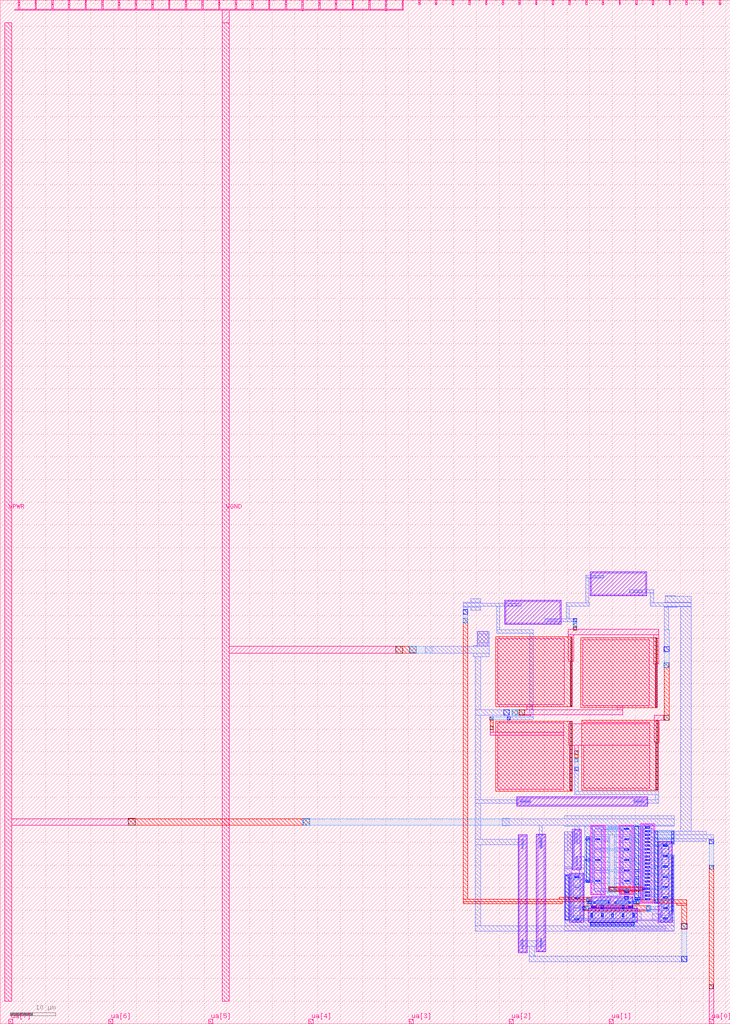
<source format=lef>
VERSION 5.7 ;
  NOWIREEXTENSIONATPIN ON ;
  DIVIDERCHAR "/" ;
  BUSBITCHARS "[]" ;
MACRO tt_um_twin_tee_opamp_osc
  CLASS BLOCK ;
  FOREIGN tt_um_twin_tee_opamp_osc ;
  ORIGIN 0.000 0.000 ;
  SIZE 161.000 BY 225.760 ;
  PIN clk
    DIRECTION INPUT ;
    USE SIGNAL ;
    PORT
      LAYER met4 ;
        RECT 154.870 224.760 155.170 225.760 ;
    END
  END clk
  PIN ena
    DIRECTION INPUT ;
    USE SIGNAL ;
    PORT
      LAYER met4 ;
        RECT 158.550 224.760 158.850 225.760 ;
    END
  END ena
  PIN rst_n
    DIRECTION INPUT ;
    USE SIGNAL ;
    PORT
      LAYER met4 ;
        RECT 151.190 224.760 151.490 225.760 ;
    END
  END rst_n
  PIN ua[0]
    DIRECTION INOUT ;
    USE SIGNAL ;
    ANTENNADIFFAREA 4.060000 ;
    PORT
      LAYER met4 ;
        RECT 156.410 0.000 157.310 1.000 ;
    END
  END ua[0]
  PIN ua[1]
    DIRECTION INOUT ;
    USE SIGNAL ;
    PORT
      LAYER met4 ;
        RECT 134.330 0.000 135.230 1.000 ;
    END
  END ua[1]
  PIN ua[2]
    DIRECTION INOUT ;
    USE SIGNAL ;
    PORT
      LAYER met4 ;
        RECT 112.250 0.000 113.150 1.000 ;
    END
  END ua[2]
  PIN ua[3]
    DIRECTION INOUT ;
    USE SIGNAL ;
    PORT
      LAYER met4 ;
        RECT 90.170 0.000 91.070 1.000 ;
    END
  END ua[3]
  PIN ua[4]
    DIRECTION INOUT ;
    USE SIGNAL ;
    PORT
      LAYER met4 ;
        RECT 68.090 0.000 68.990 1.000 ;
    END
  END ua[4]
  PIN ua[5]
    DIRECTION INOUT ;
    USE SIGNAL ;
    PORT
      LAYER met4 ;
        RECT 46.010 0.000 46.910 1.000 ;
    END
  END ua[5]
  PIN ua[6]
    DIRECTION INOUT ;
    USE SIGNAL ;
    PORT
      LAYER met4 ;
        RECT 23.930 0.000 24.830 1.000 ;
    END
  END ua[6]
  PIN ua[7]
    DIRECTION INOUT ;
    USE SIGNAL ;
    PORT
      LAYER met4 ;
        RECT 1.850 0.000 2.750 1.000 ;
    END
  END ua[7]
  PIN ui_in[0]
    DIRECTION INPUT ;
    USE SIGNAL ;
    PORT
      LAYER met4 ;
        RECT 147.510 224.760 147.810 225.760 ;
    END
  END ui_in[0]
  PIN ui_in[1]
    DIRECTION INPUT ;
    USE SIGNAL ;
    PORT
      LAYER met4 ;
        RECT 143.830 224.760 144.130 225.760 ;
    END
  END ui_in[1]
  PIN ui_in[2]
    DIRECTION INPUT ;
    USE SIGNAL ;
    PORT
      LAYER met4 ;
        RECT 140.150 224.760 140.450 225.760 ;
    END
  END ui_in[2]
  PIN ui_in[3]
    DIRECTION INPUT ;
    USE SIGNAL ;
    PORT
      LAYER met4 ;
        RECT 136.470 224.760 136.770 225.760 ;
    END
  END ui_in[3]
  PIN ui_in[4]
    DIRECTION INPUT ;
    USE SIGNAL ;
    PORT
      LAYER met4 ;
        RECT 132.790 224.760 133.090 225.760 ;
    END
  END ui_in[4]
  PIN ui_in[5]
    DIRECTION INPUT ;
    USE SIGNAL ;
    PORT
      LAYER met4 ;
        RECT 129.110 224.760 129.410 225.760 ;
    END
  END ui_in[5]
  PIN ui_in[6]
    DIRECTION INPUT ;
    USE SIGNAL ;
    PORT
      LAYER met4 ;
        RECT 125.430 224.760 125.730 225.760 ;
    END
  END ui_in[6]
  PIN ui_in[7]
    DIRECTION INPUT ;
    USE SIGNAL ;
    PORT
      LAYER met4 ;
        RECT 121.750 224.760 122.050 225.760 ;
    END
  END ui_in[7]
  PIN uio_in[0]
    DIRECTION INPUT ;
    USE SIGNAL ;
    PORT
      LAYER met4 ;
        RECT 118.070 224.760 118.370 225.760 ;
    END
  END uio_in[0]
  PIN uio_in[1]
    DIRECTION INPUT ;
    USE SIGNAL ;
    PORT
      LAYER met4 ;
        RECT 114.390 224.760 114.690 225.760 ;
    END
  END uio_in[1]
  PIN uio_in[2]
    DIRECTION INPUT ;
    USE SIGNAL ;
    PORT
      LAYER met4 ;
        RECT 110.710 224.760 111.010 225.760 ;
    END
  END uio_in[2]
  PIN uio_in[3]
    DIRECTION INPUT ;
    USE SIGNAL ;
    PORT
      LAYER met4 ;
        RECT 107.030 224.760 107.330 225.760 ;
    END
  END uio_in[3]
  PIN uio_in[4]
    DIRECTION INPUT ;
    USE SIGNAL ;
    PORT
      LAYER met4 ;
        RECT 103.350 224.760 103.650 225.760 ;
    END
  END uio_in[4]
  PIN uio_in[5]
    DIRECTION INPUT ;
    USE SIGNAL ;
    PORT
      LAYER met4 ;
        RECT 99.670 224.760 99.970 225.760 ;
    END
  END uio_in[5]
  PIN uio_in[6]
    DIRECTION INPUT ;
    USE SIGNAL ;
    PORT
      LAYER met4 ;
        RECT 95.990 224.760 96.290 225.760 ;
    END
  END uio_in[6]
  PIN uio_in[7]
    DIRECTION INPUT ;
    USE SIGNAL ;
    PORT
      LAYER met4 ;
        RECT 92.310 224.760 92.610 225.760 ;
    END
  END uio_in[7]
  PIN uio_oe[0]
    DIRECTION OUTPUT ;
    USE SIGNAL ;
    ANTENNADIFFAREA 32.495098 ;
    PORT
      LAYER met4 ;
        RECT 29.750 224.760 30.050 225.760 ;
    END
  END uio_oe[0]
  PIN uio_oe[1]
    DIRECTION OUTPUT ;
    USE SIGNAL ;
    ANTENNADIFFAREA 32.495098 ;
    PORT
      LAYER met4 ;
        RECT 26.070 224.760 26.370 225.760 ;
    END
  END uio_oe[1]
  PIN uio_oe[2]
    DIRECTION OUTPUT ;
    USE SIGNAL ;
    ANTENNADIFFAREA 32.495098 ;
    PORT
      LAYER met4 ;
        RECT 22.390 224.760 22.690 225.760 ;
    END
  END uio_oe[2]
  PIN uio_oe[3]
    DIRECTION OUTPUT ;
    USE SIGNAL ;
    ANTENNADIFFAREA 32.495098 ;
    PORT
      LAYER met4 ;
        RECT 18.710 224.760 19.010 225.760 ;
    END
  END uio_oe[3]
  PIN uio_oe[4]
    DIRECTION OUTPUT ;
    USE SIGNAL ;
    ANTENNADIFFAREA 32.495098 ;
    PORT
      LAYER met4 ;
        RECT 15.030 224.760 15.330 225.760 ;
    END
  END uio_oe[4]
  PIN uio_oe[5]
    DIRECTION OUTPUT ;
    USE SIGNAL ;
    ANTENNADIFFAREA 32.495098 ;
    PORT
      LAYER met4 ;
        RECT 11.350 224.760 11.650 225.760 ;
    END
  END uio_oe[5]
  PIN uio_oe[6]
    DIRECTION OUTPUT ;
    USE SIGNAL ;
    ANTENNADIFFAREA 32.495098 ;
    PORT
      LAYER met4 ;
        RECT 7.670 224.760 7.970 225.760 ;
    END
  END uio_oe[6]
  PIN uio_oe[7]
    DIRECTION OUTPUT ;
    USE SIGNAL ;
    ANTENNADIFFAREA 32.495098 ;
    PORT
      LAYER met4 ;
        RECT 3.990 224.760 4.290 225.760 ;
    END
  END uio_oe[7]
  PIN uio_out[0]
    DIRECTION OUTPUT ;
    USE SIGNAL ;
    ANTENNADIFFAREA 32.495098 ;
    PORT
      LAYER met4 ;
        RECT 59.190 224.760 59.490 225.760 ;
    END
  END uio_out[0]
  PIN uio_out[1]
    DIRECTION OUTPUT ;
    USE SIGNAL ;
    ANTENNADIFFAREA 32.495098 ;
    PORT
      LAYER met4 ;
        RECT 55.510 224.760 55.810 225.760 ;
    END
  END uio_out[1]
  PIN uio_out[2]
    DIRECTION OUTPUT ;
    USE SIGNAL ;
    ANTENNADIFFAREA 32.495098 ;
    PORT
      LAYER met4 ;
        RECT 51.830 224.760 52.130 225.760 ;
    END
  END uio_out[2]
  PIN uio_out[3]
    DIRECTION OUTPUT ;
    USE SIGNAL ;
    ANTENNADIFFAREA 32.495098 ;
    PORT
      LAYER met4 ;
        RECT 48.150 224.760 48.450 225.760 ;
    END
  END uio_out[3]
  PIN uio_out[4]
    DIRECTION OUTPUT ;
    USE SIGNAL ;
    ANTENNADIFFAREA 32.495098 ;
    PORT
      LAYER met4 ;
        RECT 44.470 224.760 44.770 225.760 ;
    END
  END uio_out[4]
  PIN uio_out[5]
    DIRECTION OUTPUT ;
    USE SIGNAL ;
    ANTENNADIFFAREA 32.495098 ;
    PORT
      LAYER met4 ;
        RECT 40.790 224.760 41.090 225.760 ;
    END
  END uio_out[5]
  PIN uio_out[6]
    DIRECTION OUTPUT ;
    USE SIGNAL ;
    ANTENNADIFFAREA 32.495098 ;
    PORT
      LAYER met4 ;
        RECT 37.110 224.760 37.410 225.760 ;
    END
  END uio_out[6]
  PIN uio_out[7]
    DIRECTION OUTPUT ;
    USE SIGNAL ;
    ANTENNADIFFAREA 32.495098 ;
    PORT
      LAYER met4 ;
        RECT 33.430 224.760 33.730 225.760 ;
    END
  END uio_out[7]
  PIN uo_out[0]
    DIRECTION OUTPUT ;
    USE SIGNAL ;
    ANTENNADIFFAREA 32.495098 ;
    PORT
      LAYER met4 ;
        RECT 88.630 224.760 88.930 225.760 ;
    END
  END uo_out[0]
  PIN uo_out[1]
    DIRECTION OUTPUT ;
    USE SIGNAL ;
    ANTENNADIFFAREA 32.495098 ;
    PORT
      LAYER met4 ;
        RECT 84.950 224.760 85.250 225.760 ;
    END
  END uo_out[1]
  PIN uo_out[2]
    DIRECTION OUTPUT ;
    USE SIGNAL ;
    ANTENNADIFFAREA 32.495098 ;
    PORT
      LAYER met4 ;
        RECT 81.270 224.760 81.570 225.760 ;
    END
  END uo_out[2]
  PIN uo_out[3]
    DIRECTION OUTPUT ;
    USE SIGNAL ;
    ANTENNADIFFAREA 32.495098 ;
    PORT
      LAYER met4 ;
        RECT 77.590 224.760 77.890 225.760 ;
    END
  END uo_out[3]
  PIN uo_out[4]
    DIRECTION OUTPUT ;
    USE SIGNAL ;
    ANTENNADIFFAREA 32.495098 ;
    PORT
      LAYER met4 ;
        RECT 73.910 224.760 74.210 225.760 ;
    END
  END uo_out[4]
  PIN uo_out[5]
    DIRECTION OUTPUT ;
    USE SIGNAL ;
    ANTENNADIFFAREA 32.495098 ;
    PORT
      LAYER met4 ;
        RECT 70.230 224.760 70.530 225.760 ;
    END
  END uo_out[5]
  PIN uo_out[6]
    DIRECTION OUTPUT ;
    USE SIGNAL ;
    ANTENNADIFFAREA 32.495098 ;
    PORT
      LAYER met4 ;
        RECT 66.550 224.760 66.850 225.760 ;
    END
  END uo_out[6]
  PIN uo_out[7]
    DIRECTION OUTPUT ;
    USE SIGNAL ;
    ANTENNADIFFAREA 32.495098 ;
    PORT
      LAYER met4 ;
        RECT 62.870 224.760 63.170 225.760 ;
    END
  END uo_out[7]
  PIN VPWR
    DIRECTION INOUT ;
    USE POWER ;
    PORT
      LAYER met4 ;
        RECT 1.000 5.000 2.500 220.760 ;
    END
  END VPWR
  PIN VGND
    DIRECTION INOUT ;
    USE GROUND ;
    PORT
      LAYER met4 ;
        RECT 49.000 5.000 50.500 220.760 ;
    END
  END VGND
  OBS
      LAYER pwell ;
        RECT 130.110 94.370 142.570 99.700 ;
        RECT 111.250 88.080 123.710 93.410 ;
        RECT 113.870 48.000 142.850 50.010 ;
        RECT 114.200 15.650 116.210 41.630 ;
        RECT 118.250 15.850 120.260 41.830 ;
        RECT 126.150 34.000 128.160 42.880 ;
        RECT 125.600 22.350 128.700 33.180 ;
      LAYER nwell ;
        RECT 130.200 28.400 133.390 43.810 ;
        RECT 136.550 28.400 139.740 43.810 ;
      LAYER pwell ;
        RECT 130.350 25.550 139.550 28.010 ;
      LAYER nwell ;
        RECT 141.150 26.600 144.340 44.070 ;
      LAYER pwell ;
        RECT 137.150 25.500 137.700 25.550 ;
        RECT 129.650 22.400 140.480 25.500 ;
        RECT 145.150 22.400 148.250 40.100 ;
      LAYER li1 ;
        RECT 130.290 99.350 142.390 99.520 ;
        RECT 130.290 94.720 130.460 99.350 ;
        RECT 130.940 98.520 133.100 98.870 ;
        RECT 139.580 95.200 141.740 95.550 ;
        RECT 142.220 94.720 142.390 99.350 ;
        RECT 130.290 94.550 142.390 94.720 ;
        RECT 111.430 93.060 123.530 93.230 ;
        RECT 111.430 88.430 111.600 93.060 ;
        RECT 112.080 92.230 114.240 92.580 ;
        RECT 120.720 88.910 122.880 89.260 ;
        RECT 123.360 88.430 123.530 93.060 ;
        RECT 111.430 88.260 123.530 88.430 ;
        RECT 105.310 83.690 107.600 86.540 ;
        RECT 114.050 49.660 142.670 49.830 ;
        RECT 114.050 48.350 114.220 49.660 ;
        RECT 114.700 48.830 116.860 49.180 ;
        RECT 139.860 48.830 142.020 49.180 ;
        RECT 142.500 48.350 142.670 49.660 ;
        RECT 114.050 48.180 142.670 48.350 ;
        RECT 141.330 43.720 144.160 43.890 ;
        RECT 130.380 43.460 133.210 43.630 ;
        RECT 130.380 43.100 130.550 43.460 ;
        RECT 126.330 42.530 127.980 42.700 ;
        RECT 126.330 42.400 126.500 42.530 ;
        RECT 118.430 41.480 120.080 41.650 ;
        RECT 114.380 41.280 116.030 41.450 ;
        RECT 114.380 16.000 114.550 41.280 ;
        RECT 115.030 38.640 115.380 40.800 ;
        RECT 115.030 16.480 115.380 18.640 ;
        RECT 115.860 16.000 116.030 41.280 ;
        RECT 118.430 16.200 118.600 41.480 ;
        RECT 119.080 38.840 119.430 41.000 ;
        RECT 119.080 16.680 119.430 18.840 ;
        RECT 119.910 16.200 120.080 41.480 ;
        RECT 124.500 34.350 126.500 42.400 ;
        RECT 126.980 39.890 127.330 42.050 ;
        RECT 126.980 34.830 127.330 36.990 ;
        RECT 127.810 34.350 127.980 42.530 ;
        RECT 124.500 34.180 127.980 34.350 ;
        RECT 124.500 33.000 127.650 34.180 ;
        RECT 124.500 32.830 128.520 33.000 ;
        RECT 124.500 22.700 125.950 32.830 ;
        RECT 126.630 32.260 127.670 32.430 ;
        RECT 126.290 30.200 126.460 32.200 ;
        RECT 127.840 30.200 128.010 32.200 ;
        RECT 126.630 29.970 127.670 30.140 ;
        RECT 126.290 27.910 126.460 29.910 ;
        RECT 127.840 27.910 128.010 29.910 ;
        RECT 126.630 27.680 127.670 27.850 ;
        RECT 126.290 25.620 126.460 27.620 ;
        RECT 127.840 25.620 128.010 27.620 ;
        RECT 126.630 25.390 127.670 25.560 ;
        RECT 126.290 23.330 126.460 25.330 ;
        RECT 127.840 23.330 128.010 25.330 ;
        RECT 128.350 25.000 128.520 32.830 ;
        RECT 130.250 31.200 130.550 43.100 ;
        RECT 131.275 42.890 132.315 43.060 ;
        RECT 130.890 40.830 131.060 42.830 ;
        RECT 132.530 40.830 132.700 42.830 ;
        RECT 131.275 40.600 132.315 40.770 ;
        RECT 130.890 38.540 131.060 40.540 ;
        RECT 132.530 38.540 132.700 40.540 ;
        RECT 131.275 38.310 132.315 38.480 ;
        RECT 130.890 36.250 131.060 38.250 ;
        RECT 132.530 36.250 132.700 38.250 ;
        RECT 131.275 36.020 132.315 36.190 ;
        RECT 130.890 33.960 131.060 35.960 ;
        RECT 132.530 33.960 132.700 35.960 ;
        RECT 131.275 33.730 132.315 33.900 ;
        RECT 130.890 31.670 131.060 33.670 ;
        RECT 132.530 31.670 132.700 33.670 ;
        RECT 131.275 31.440 132.315 31.610 ;
        RECT 130.380 28.750 130.550 31.200 ;
        RECT 130.890 29.380 131.060 31.380 ;
        RECT 132.530 29.380 132.700 31.380 ;
        RECT 131.275 29.150 132.315 29.320 ;
        RECT 133.040 28.750 133.210 43.460 ;
        RECT 130.380 28.580 133.210 28.750 ;
        RECT 136.730 43.460 139.560 43.630 ;
        RECT 136.730 28.750 136.900 43.460 ;
        RECT 139.390 43.100 139.560 43.460 ;
        RECT 141.330 43.350 141.500 43.720 ;
        RECT 137.625 42.890 138.665 43.060 ;
        RECT 137.240 40.830 137.410 42.830 ;
        RECT 138.880 40.830 139.050 42.830 ;
        RECT 137.625 40.600 138.665 40.770 ;
        RECT 137.240 38.540 137.410 40.540 ;
        RECT 138.880 38.540 139.050 40.540 ;
        RECT 137.625 38.310 138.665 38.480 ;
        RECT 137.240 36.250 137.410 38.250 ;
        RECT 138.880 36.250 139.050 38.250 ;
        RECT 137.625 36.020 138.665 36.190 ;
        RECT 137.240 33.960 137.410 35.960 ;
        RECT 138.880 33.960 139.050 35.960 ;
        RECT 137.625 33.730 138.665 33.900 ;
        RECT 137.240 31.670 137.410 33.670 ;
        RECT 138.880 31.670 139.050 33.670 ;
        RECT 137.625 31.440 138.665 31.610 ;
        RECT 137.240 29.380 137.410 31.380 ;
        RECT 138.880 29.380 139.050 31.380 ;
        RECT 139.390 31.200 139.700 43.100 ;
        RECT 137.625 29.150 138.665 29.320 ;
        RECT 139.390 28.750 139.560 31.200 ;
        RECT 136.730 28.580 139.560 28.750 ;
        RECT 130.530 27.660 134.770 27.830 ;
        RECT 130.530 25.900 130.700 27.660 ;
        RECT 131.380 27.090 133.920 27.260 ;
        RECT 131.040 26.530 131.210 27.030 ;
        RECT 134.090 26.530 134.260 27.030 ;
        RECT 131.380 26.300 133.920 26.470 ;
        RECT 134.600 25.900 134.770 27.660 ;
        RECT 130.530 25.730 134.770 25.900 ;
        RECT 135.130 27.660 139.370 27.830 ;
        RECT 141.300 27.800 141.500 43.350 ;
        RECT 142.225 43.150 143.265 43.320 ;
        RECT 141.840 42.590 142.010 43.090 ;
        RECT 143.480 42.590 143.650 43.090 ;
        RECT 142.225 42.360 143.265 42.530 ;
        RECT 141.840 41.800 142.010 42.300 ;
        RECT 143.480 41.800 143.650 42.300 ;
        RECT 142.225 41.570 143.265 41.740 ;
        RECT 141.840 41.010 142.010 41.510 ;
        RECT 143.480 41.010 143.650 41.510 ;
        RECT 142.225 40.780 143.265 40.950 ;
        RECT 141.840 40.220 142.010 40.720 ;
        RECT 143.480 40.220 143.650 40.720 ;
        RECT 142.225 39.990 143.265 40.160 ;
        RECT 141.840 39.430 142.010 39.930 ;
        RECT 143.480 39.430 143.650 39.930 ;
        RECT 142.225 39.200 143.265 39.370 ;
        RECT 141.840 38.640 142.010 39.140 ;
        RECT 143.480 38.640 143.650 39.140 ;
        RECT 142.225 38.410 143.265 38.580 ;
        RECT 141.840 37.850 142.010 38.350 ;
        RECT 143.480 37.850 143.650 38.350 ;
        RECT 142.225 37.620 143.265 37.790 ;
        RECT 141.840 37.060 142.010 37.560 ;
        RECT 143.480 37.060 143.650 37.560 ;
        RECT 142.225 36.830 143.265 37.000 ;
        RECT 141.840 36.270 142.010 36.770 ;
        RECT 143.480 36.270 143.650 36.770 ;
        RECT 142.225 36.040 143.265 36.210 ;
        RECT 141.840 35.480 142.010 35.980 ;
        RECT 143.480 35.480 143.650 35.980 ;
        RECT 142.225 35.250 143.265 35.420 ;
        RECT 141.840 34.690 142.010 35.190 ;
        RECT 143.480 34.690 143.650 35.190 ;
        RECT 142.225 34.460 143.265 34.630 ;
        RECT 141.840 33.900 142.010 34.400 ;
        RECT 143.480 33.900 143.650 34.400 ;
        RECT 142.225 33.670 143.265 33.840 ;
        RECT 141.840 33.110 142.010 33.610 ;
        RECT 143.480 33.110 143.650 33.610 ;
        RECT 142.225 32.880 143.265 33.050 ;
        RECT 141.840 32.320 142.010 32.820 ;
        RECT 143.480 32.320 143.650 32.820 ;
        RECT 142.225 32.090 143.265 32.260 ;
        RECT 141.840 31.530 142.010 32.030 ;
        RECT 143.480 31.530 143.650 32.030 ;
        RECT 142.225 31.300 143.265 31.470 ;
        RECT 141.840 30.740 142.010 31.240 ;
        RECT 143.480 30.740 143.650 31.240 ;
        RECT 142.225 30.510 143.265 30.680 ;
        RECT 141.840 29.950 142.010 30.450 ;
        RECT 143.480 29.950 143.650 30.450 ;
        RECT 142.225 29.720 143.265 29.890 ;
        RECT 141.840 29.160 142.010 29.660 ;
        RECT 143.480 29.160 143.650 29.660 ;
        RECT 142.225 28.930 143.265 29.100 ;
        RECT 141.840 28.370 142.010 28.870 ;
        RECT 143.480 28.370 143.650 28.870 ;
        RECT 142.225 28.140 143.265 28.310 ;
        RECT 135.130 25.900 135.300 27.660 ;
        RECT 135.980 27.090 138.520 27.260 ;
        RECT 135.640 26.530 135.810 27.030 ;
        RECT 138.690 26.530 138.860 27.030 ;
        RECT 135.980 26.300 138.520 26.470 ;
        RECT 139.200 25.900 139.370 27.660 ;
        RECT 141.330 26.950 141.500 27.800 ;
        RECT 141.840 27.580 142.010 28.080 ;
        RECT 143.480 27.580 143.650 28.080 ;
        RECT 142.225 27.350 143.265 27.520 ;
        RECT 143.990 26.950 144.160 43.720 ;
        RECT 141.330 26.780 144.160 26.950 ;
        RECT 145.330 39.750 148.070 39.920 ;
        RECT 135.130 25.730 139.500 25.900 ;
        RECT 130.550 25.700 131.350 25.730 ;
        RECT 138.700 25.700 139.500 25.730 ;
        RECT 129.830 25.250 140.300 25.320 ;
        RECT 145.330 25.250 145.500 39.750 ;
        RECT 146.180 39.180 147.220 39.350 ;
        RECT 145.840 37.120 146.010 39.120 ;
        RECT 147.390 37.120 147.560 39.120 ;
        RECT 146.180 36.890 147.220 37.060 ;
        RECT 147.900 37.050 148.070 39.750 ;
        RECT 145.840 34.830 146.010 36.830 ;
        RECT 147.390 34.830 147.560 36.830 ;
        RECT 146.180 34.600 147.220 34.770 ;
        RECT 145.840 32.540 146.010 34.540 ;
        RECT 147.390 32.540 147.560 34.540 ;
        RECT 146.180 32.310 147.220 32.480 ;
        RECT 145.840 30.250 146.010 32.250 ;
        RECT 147.390 30.250 147.560 32.250 ;
        RECT 146.180 30.020 147.220 30.190 ;
        RECT 145.840 27.960 146.010 29.960 ;
        RECT 147.390 27.960 147.560 29.960 ;
        RECT 146.180 27.730 147.220 27.900 ;
        RECT 145.840 25.670 146.010 27.670 ;
        RECT 147.390 25.670 147.560 27.670 ;
        RECT 146.180 25.440 147.220 25.610 ;
        RECT 129.830 25.150 145.500 25.250 ;
        RECT 129.830 25.000 130.000 25.150 ;
        RECT 126.630 23.100 127.670 23.270 ;
        RECT 128.350 22.750 130.000 25.000 ;
        RECT 130.630 24.640 132.630 24.810 ;
        RECT 132.920 24.640 134.920 24.810 ;
        RECT 135.210 24.640 137.210 24.810 ;
        RECT 137.500 24.640 139.500 24.810 ;
        RECT 140.130 24.650 145.500 25.150 ;
        RECT 130.400 23.430 130.570 24.470 ;
        RECT 132.690 23.430 132.860 24.470 ;
        RECT 134.980 23.430 135.150 24.470 ;
        RECT 137.270 23.430 137.440 24.470 ;
        RECT 139.560 23.430 139.730 24.470 ;
        RECT 130.630 23.090 132.630 23.260 ;
        RECT 132.920 23.090 134.920 23.260 ;
        RECT 135.210 23.090 137.210 23.260 ;
        RECT 137.500 23.090 139.500 23.260 ;
        RECT 140.100 23.050 145.500 24.650 ;
        RECT 145.840 23.380 146.010 25.380 ;
        RECT 147.390 23.380 147.560 25.380 ;
        RECT 146.180 23.150 147.220 23.320 ;
        RECT 140.130 22.750 145.500 23.050 ;
        RECT 147.900 22.750 148.650 37.050 ;
        RECT 126.200 22.700 128.100 22.750 ;
        RECT 128.350 22.700 148.650 22.750 ;
        RECT 124.500 20.500 148.650 22.700 ;
        RECT 118.430 16.030 120.080 16.200 ;
        RECT 114.380 15.830 116.030 16.000 ;
      LAYER mcon ;
        RECT 105.310 84.070 107.600 86.060 ;
        RECT 114.790 48.910 116.775 49.100 ;
        RECT 139.945 48.910 141.930 49.100 ;
        RECT 115.110 38.725 115.300 40.710 ;
        RECT 115.110 16.570 115.300 18.555 ;
        RECT 119.160 38.925 119.350 40.910 ;
        RECT 119.160 16.770 119.350 18.755 ;
        RECT 125.000 38.100 125.850 41.800 ;
        RECT 126.250 34.800 126.500 41.950 ;
        RECT 127.060 39.975 127.250 41.960 ;
        RECT 127.060 34.920 127.250 36.905 ;
        RECT 125.700 23.550 125.950 32.900 ;
        RECT 126.710 32.260 127.590 32.430 ;
        RECT 126.290 30.280 126.460 32.120 ;
        RECT 127.840 30.280 128.010 32.120 ;
        RECT 126.710 29.970 127.590 30.140 ;
        RECT 126.290 27.990 126.460 29.830 ;
        RECT 127.840 27.990 128.010 29.830 ;
        RECT 126.710 27.680 127.590 27.850 ;
        RECT 126.290 25.700 126.460 27.540 ;
        RECT 127.840 25.700 128.010 27.540 ;
        RECT 126.710 25.390 127.590 25.560 ;
        RECT 126.290 23.410 126.460 25.250 ;
        RECT 127.840 23.410 128.010 25.250 ;
        RECT 130.250 31.200 130.550 43.100 ;
        RECT 131.355 42.890 132.235 43.060 ;
        RECT 130.890 40.910 131.060 42.750 ;
        RECT 132.530 40.910 132.700 42.750 ;
        RECT 131.355 40.600 132.235 40.770 ;
        RECT 130.890 38.620 131.060 40.460 ;
        RECT 132.530 38.620 132.700 40.460 ;
        RECT 131.355 38.310 132.235 38.480 ;
        RECT 130.890 36.330 131.060 38.170 ;
        RECT 132.530 36.330 132.700 38.170 ;
        RECT 131.355 36.020 132.235 36.190 ;
        RECT 130.890 34.040 131.060 35.880 ;
        RECT 132.530 34.040 132.700 35.880 ;
        RECT 131.355 33.730 132.235 33.900 ;
        RECT 130.890 31.750 131.060 33.590 ;
        RECT 132.530 31.750 132.700 33.590 ;
        RECT 131.355 31.440 132.235 31.610 ;
        RECT 130.890 29.460 131.060 31.300 ;
        RECT 132.530 29.460 132.700 31.300 ;
        RECT 131.355 29.150 132.235 29.320 ;
        RECT 137.705 42.890 138.585 43.060 ;
        RECT 137.240 40.910 137.410 42.750 ;
        RECT 138.880 40.910 139.050 42.750 ;
        RECT 137.705 40.600 138.585 40.770 ;
        RECT 137.240 38.620 137.410 40.460 ;
        RECT 138.880 38.620 139.050 40.460 ;
        RECT 137.705 38.310 138.585 38.480 ;
        RECT 137.240 36.330 137.410 38.170 ;
        RECT 138.880 36.330 139.050 38.170 ;
        RECT 137.705 36.020 138.585 36.190 ;
        RECT 137.240 34.040 137.410 35.880 ;
        RECT 138.880 34.040 139.050 35.880 ;
        RECT 137.705 33.730 138.585 33.900 ;
        RECT 137.240 31.750 137.410 33.590 ;
        RECT 138.880 31.750 139.050 33.590 ;
        RECT 137.705 31.440 138.585 31.610 ;
        RECT 137.240 29.460 137.410 31.300 ;
        RECT 138.880 29.460 139.050 31.300 ;
        RECT 139.400 31.200 139.700 43.100 ;
        RECT 137.705 29.150 138.585 29.320 ;
        RECT 131.460 27.090 133.840 27.260 ;
        RECT 131.040 26.610 131.210 26.950 ;
        RECT 134.090 26.610 134.260 26.950 ;
        RECT 131.460 26.300 133.840 26.470 ;
        RECT 141.300 27.800 141.500 43.350 ;
        RECT 142.305 43.150 143.185 43.320 ;
        RECT 141.840 42.670 142.010 43.010 ;
        RECT 143.480 42.670 143.650 43.010 ;
        RECT 142.305 42.360 143.185 42.530 ;
        RECT 141.840 41.880 142.010 42.220 ;
        RECT 143.480 41.880 143.650 42.220 ;
        RECT 142.305 41.570 143.185 41.740 ;
        RECT 141.840 41.090 142.010 41.430 ;
        RECT 143.480 41.090 143.650 41.430 ;
        RECT 142.305 40.780 143.185 40.950 ;
        RECT 141.840 40.300 142.010 40.640 ;
        RECT 143.480 40.300 143.650 40.640 ;
        RECT 142.305 39.990 143.185 40.160 ;
        RECT 141.840 39.510 142.010 39.850 ;
        RECT 143.480 39.510 143.650 39.850 ;
        RECT 142.305 39.200 143.185 39.370 ;
        RECT 141.840 38.720 142.010 39.060 ;
        RECT 143.480 38.720 143.650 39.060 ;
        RECT 142.305 38.410 143.185 38.580 ;
        RECT 141.840 37.930 142.010 38.270 ;
        RECT 143.480 37.930 143.650 38.270 ;
        RECT 142.305 37.620 143.185 37.790 ;
        RECT 141.840 37.140 142.010 37.480 ;
        RECT 143.480 37.140 143.650 37.480 ;
        RECT 142.305 36.830 143.185 37.000 ;
        RECT 141.840 36.350 142.010 36.690 ;
        RECT 143.480 36.350 143.650 36.690 ;
        RECT 142.305 36.040 143.185 36.210 ;
        RECT 141.840 35.560 142.010 35.900 ;
        RECT 143.480 35.560 143.650 35.900 ;
        RECT 142.305 35.250 143.185 35.420 ;
        RECT 141.840 34.770 142.010 35.110 ;
        RECT 143.480 34.770 143.650 35.110 ;
        RECT 142.305 34.460 143.185 34.630 ;
        RECT 141.840 33.980 142.010 34.320 ;
        RECT 143.480 33.980 143.650 34.320 ;
        RECT 142.305 33.670 143.185 33.840 ;
        RECT 141.840 33.190 142.010 33.530 ;
        RECT 143.480 33.190 143.650 33.530 ;
        RECT 142.305 32.880 143.185 33.050 ;
        RECT 141.840 32.400 142.010 32.740 ;
        RECT 143.480 32.400 143.650 32.740 ;
        RECT 142.305 32.090 143.185 32.260 ;
        RECT 141.840 31.610 142.010 31.950 ;
        RECT 143.480 31.610 143.650 31.950 ;
        RECT 142.305 31.300 143.185 31.470 ;
        RECT 141.840 30.820 142.010 31.160 ;
        RECT 143.480 30.820 143.650 31.160 ;
        RECT 142.305 30.510 143.185 30.680 ;
        RECT 141.840 30.030 142.010 30.370 ;
        RECT 143.480 30.030 143.650 30.370 ;
        RECT 142.305 29.720 143.185 29.890 ;
        RECT 141.840 29.240 142.010 29.580 ;
        RECT 143.480 29.240 143.650 29.580 ;
        RECT 142.305 28.930 143.185 29.100 ;
        RECT 141.840 28.450 142.010 28.790 ;
        RECT 143.480 28.450 143.650 28.790 ;
        RECT 142.305 28.140 143.185 28.310 ;
        RECT 136.060 27.090 138.440 27.260 ;
        RECT 135.640 26.610 135.810 26.950 ;
        RECT 138.690 26.610 138.860 26.950 ;
        RECT 136.060 26.300 138.440 26.470 ;
        RECT 141.840 27.660 142.010 28.000 ;
        RECT 143.480 27.660 143.650 28.000 ;
        RECT 142.305 27.350 143.185 27.520 ;
        RECT 146.260 39.180 147.140 39.350 ;
        RECT 145.840 37.200 146.010 39.040 ;
        RECT 147.390 37.200 147.560 39.040 ;
        RECT 146.260 36.890 147.140 37.060 ;
        RECT 145.840 34.910 146.010 36.750 ;
        RECT 147.390 34.910 147.560 36.750 ;
        RECT 146.260 34.600 147.140 34.770 ;
        RECT 145.840 32.620 146.010 34.460 ;
        RECT 147.390 32.620 147.560 34.460 ;
        RECT 146.260 32.310 147.140 32.480 ;
        RECT 145.840 30.330 146.010 32.170 ;
        RECT 147.390 30.330 147.560 32.170 ;
        RECT 146.260 30.020 147.140 30.190 ;
        RECT 145.840 28.040 146.010 29.880 ;
        RECT 147.390 28.040 147.560 29.880 ;
        RECT 146.260 27.730 147.140 27.900 ;
        RECT 145.840 25.750 146.010 27.590 ;
        RECT 147.390 25.750 147.560 27.590 ;
        RECT 146.260 25.440 147.140 25.610 ;
        RECT 126.710 23.100 127.590 23.270 ;
        RECT 130.710 24.640 132.550 24.810 ;
        RECT 133.000 24.640 134.840 24.810 ;
        RECT 135.290 24.640 137.130 24.810 ;
        RECT 137.580 24.640 139.420 24.810 ;
        RECT 130.400 23.510 130.570 24.390 ;
        RECT 132.690 23.510 132.860 24.390 ;
        RECT 134.980 23.510 135.150 24.390 ;
        RECT 137.270 23.510 137.440 24.390 ;
        RECT 139.560 23.510 139.730 24.390 ;
        RECT 130.710 23.090 132.550 23.260 ;
        RECT 133.000 23.090 134.840 23.260 ;
        RECT 135.290 23.090 137.130 23.260 ;
        RECT 137.580 23.090 139.420 23.260 ;
        RECT 145.250 23.050 145.500 24.200 ;
        RECT 145.840 23.460 146.010 25.300 ;
        RECT 147.390 23.460 147.560 25.300 ;
        RECT 146.260 23.150 147.140 23.320 ;
        RECT 147.900 23.050 148.150 24.200 ;
        RECT 126.200 22.450 128.100 22.750 ;
        RECT 130.300 22.500 139.850 22.750 ;
        RECT 145.600 22.550 147.800 22.750 ;
        RECT 127.800 20.800 146.750 21.350 ;
      LAYER met1 ;
        RECT 130.860 98.900 132.990 98.950 ;
        RECT 129.080 98.870 133.030 98.900 ;
        RECT 129.080 98.520 133.100 98.870 ;
        RECT 129.080 98.220 133.030 98.520 ;
        RECT 103.750 92.910 106.020 93.680 ;
        RECT 102.090 92.770 106.020 92.910 ;
        RECT 129.080 92.800 129.760 98.220 ;
        RECT 138.715 95.030 144.130 95.765 ;
        RECT 143.395 92.805 144.130 95.030 ;
        RECT 146.620 94.300 148.890 94.360 ;
        RECT 146.620 93.005 152.400 94.300 ;
        RECT 146.440 92.805 152.400 93.005 ;
        RECT 102.090 92.030 114.890 92.770 ;
        RECT 124.840 92.120 129.860 92.800 ;
        RECT 102.090 91.885 106.020 92.030 ;
        RECT 102.090 91.360 103.115 91.885 ;
        RECT 102.060 90.335 103.145 91.360 ;
        RECT 103.750 91.170 106.020 91.885 ;
        RECT 109.470 86.880 110.210 92.030 ;
        RECT 124.840 89.370 125.520 92.120 ;
        RECT 143.380 92.045 152.400 92.805 ;
        RECT 146.480 92.000 152.400 92.045 ;
        RECT 146.480 91.900 149.400 92.000 ;
        RECT 146.480 91.850 148.890 91.900 ;
        RECT 120.110 88.690 127.130 89.370 ;
        RECT 146.480 86.950 147.425 91.850 ;
        RECT 105.160 83.400 107.800 86.460 ;
        RECT 109.470 86.140 117.530 86.880 ;
        RECT 93.750 83.250 95.250 83.280 ;
        RECT 104.290 83.250 107.800 83.400 ;
        RECT 93.750 81.750 107.800 83.250 ;
        RECT 93.750 81.720 95.250 81.750 ;
        RECT 104.290 80.990 107.800 81.750 ;
        RECT 104.290 80.890 106.560 80.990 ;
        RECT 104.780 69.235 105.970 80.890 ;
        RECT 104.780 68.045 112.295 69.235 ;
        RECT 104.780 49.410 105.970 68.045 ;
        RECT 106.510 68.040 109.590 68.045 ;
        RECT 116.800 67.720 117.520 86.140 ;
        RECT 146.400 83.110 147.500 86.950 ;
        RECT 146.370 82.010 147.530 83.110 ;
        RECT 111.770 67.000 117.520 67.720 ;
        RECT 126.700 51.270 127.480 56.620 ;
        RECT 126.700 50.490 145.240 51.270 ;
        RECT 104.780 48.655 117.005 49.410 ;
        RECT 144.460 49.370 145.240 50.490 ;
        RECT 104.780 40.645 105.970 48.655 ;
        RECT 139.690 48.590 145.240 49.370 ;
        RECT 110.750 45.250 112.250 45.280 ;
        RECT 124.400 45.250 148.650 45.900 ;
        RECT 110.750 43.750 148.650 45.250 ;
        RECT 110.750 43.720 112.250 43.750 ;
        RECT 115.080 40.645 115.330 40.770 ;
        RECT 104.780 39.455 115.595 40.645 ;
        RECT 104.780 21.595 105.970 39.455 ;
        RECT 115.080 38.665 115.330 39.455 ;
        RECT 118.850 38.700 119.550 43.750 ;
        RECT 124.400 43.550 148.650 43.750 ;
        RECT 124.400 34.650 126.600 42.400 ;
        RECT 126.750 39.650 127.700 43.550 ;
        RECT 127.030 36.950 127.280 36.965 ;
        RECT 124.400 22.800 126.050 34.650 ;
        RECT 126.900 34.450 128.750 36.950 ;
        RECT 126.650 32.200 127.650 32.550 ;
        RECT 126.260 31.750 126.490 32.180 ;
        RECT 127.800 31.750 128.750 34.450 ;
        RECT 126.250 30.600 128.750 31.750 ;
        RECT 128.900 31.050 130.650 43.550 ;
        RECT 131.250 42.850 136.600 43.200 ;
        RECT 137.600 42.850 138.700 43.150 ;
        RECT 130.860 42.450 131.090 42.810 ;
        RECT 132.450 42.800 136.600 42.850 ;
        RECT 132.450 42.450 136.950 42.800 ;
        RECT 137.210 42.450 137.440 42.810 ;
        RECT 138.850 42.450 139.080 42.810 ;
        RECT 130.850 41.650 139.080 42.450 ;
        RECT 130.850 41.250 134.450 41.650 ;
        RECT 130.860 40.850 131.090 41.250 ;
        RECT 132.450 41.200 134.450 41.250 ;
        RECT 132.500 40.850 134.450 41.200 ;
        RECT 131.300 40.800 132.300 40.850 ;
        RECT 131.295 40.570 132.300 40.800 ;
        RECT 131.300 40.550 132.300 40.570 ;
        RECT 132.550 40.520 134.450 40.850 ;
        RECT 130.860 40.100 131.090 40.520 ;
        RECT 132.500 40.100 134.450 40.520 ;
        RECT 130.850 38.850 134.450 40.100 ;
        RECT 130.860 38.560 131.090 38.850 ;
        RECT 132.450 38.550 134.450 38.850 ;
        RECT 131.250 38.250 134.450 38.550 ;
        RECT 130.860 37.950 131.090 38.230 ;
        RECT 132.450 37.950 134.450 38.250 ;
        RECT 130.850 36.750 134.450 37.950 ;
        RECT 130.860 36.270 131.090 36.750 ;
        RECT 131.300 36.220 132.300 36.250 ;
        RECT 131.295 35.990 132.300 36.220 ;
        RECT 131.300 35.950 132.300 35.990 ;
        RECT 130.860 35.650 131.090 35.940 ;
        RECT 132.450 35.650 134.450 36.750 ;
        RECT 130.850 34.450 134.450 35.650 ;
        RECT 130.860 33.980 131.090 34.450 ;
        RECT 132.450 33.950 134.450 34.450 ;
        RECT 131.250 33.700 134.450 33.950 ;
        RECT 130.860 33.250 131.090 33.650 ;
        RECT 132.450 33.250 134.450 33.700 ;
        RECT 130.850 32.050 134.450 33.250 ;
        RECT 130.860 31.690 131.090 32.050 ;
        RECT 131.300 31.640 132.300 31.700 ;
        RECT 131.295 31.410 132.300 31.640 ;
        RECT 131.300 31.400 132.300 31.410 ;
        RECT 130.860 31.000 131.090 31.360 ;
        RECT 132.450 31.000 134.450 32.050 ;
        RECT 126.260 30.220 126.490 30.600 ;
        RECT 127.800 30.200 128.750 30.600 ;
        RECT 126.650 29.900 128.750 30.200 ;
        RECT 126.260 29.500 126.490 29.890 ;
        RECT 127.800 29.500 128.750 29.900 ;
        RECT 130.850 29.800 134.450 31.000 ;
        RECT 126.250 28.350 128.750 29.500 ;
        RECT 130.860 29.400 131.090 29.800 ;
        RECT 132.450 29.350 134.450 29.800 ;
        RECT 131.250 29.150 134.450 29.350 ;
        RECT 135.450 41.250 139.080 41.650 ;
        RECT 135.450 40.050 136.950 41.250 ;
        RECT 137.210 40.850 137.440 41.250 ;
        RECT 138.850 40.850 139.080 41.250 ;
        RECT 137.650 40.800 138.700 40.850 ;
        RECT 137.645 40.570 138.700 40.800 ;
        RECT 137.650 40.550 138.700 40.570 ;
        RECT 137.210 40.050 137.440 40.520 ;
        RECT 138.850 40.050 139.080 40.520 ;
        RECT 135.450 38.850 139.080 40.050 ;
        RECT 135.450 37.950 136.950 38.850 ;
        RECT 137.210 38.560 137.440 38.850 ;
        RECT 138.850 38.560 139.080 38.850 ;
        RECT 137.600 38.250 138.700 38.550 ;
        RECT 137.210 37.950 137.440 38.230 ;
        RECT 138.850 37.950 139.080 38.230 ;
        RECT 135.450 36.750 139.080 37.950 ;
        RECT 135.450 35.650 136.950 36.750 ;
        RECT 137.210 36.270 137.440 36.750 ;
        RECT 138.850 36.270 139.080 36.750 ;
        RECT 137.650 36.220 138.700 36.250 ;
        RECT 137.645 35.990 138.700 36.220 ;
        RECT 137.650 35.950 138.700 35.990 ;
        RECT 137.210 35.650 137.440 35.940 ;
        RECT 138.850 35.650 139.080 35.940 ;
        RECT 135.450 34.450 139.080 35.650 ;
        RECT 135.450 33.250 136.950 34.450 ;
        RECT 137.210 33.980 137.440 34.450 ;
        RECT 138.850 33.980 139.080 34.450 ;
        RECT 137.600 33.650 138.700 33.950 ;
        RECT 137.210 33.250 137.440 33.650 ;
        RECT 138.850 33.250 139.080 33.650 ;
        RECT 135.450 32.050 139.080 33.250 ;
        RECT 135.450 31.000 136.950 32.050 ;
        RECT 137.210 31.690 137.440 32.050 ;
        RECT 137.650 31.640 138.700 31.700 ;
        RECT 138.850 31.690 139.080 32.050 ;
        RECT 137.645 31.410 138.700 31.640 ;
        RECT 137.650 31.400 138.700 31.410 ;
        RECT 137.210 31.000 137.440 31.360 ;
        RECT 138.850 31.000 139.080 31.360 ;
        RECT 139.250 31.050 141.550 43.550 ;
        RECT 142.200 43.100 143.250 43.400 ;
        RECT 135.450 29.800 139.080 31.000 ;
        RECT 135.450 29.150 136.950 29.800 ;
        RECT 137.210 29.400 137.440 29.800 ;
        RECT 138.850 29.400 139.080 29.800 ;
        RECT 137.925 29.350 138.475 29.380 ;
        RECT 131.250 29.100 136.950 29.150 ;
        RECT 126.260 27.930 126.490 28.350 ;
        RECT 126.650 27.600 127.650 27.950 ;
        RECT 126.260 27.200 126.490 27.600 ;
        RECT 127.800 27.200 128.750 28.350 ;
        RECT 132.450 28.200 136.950 29.100 ;
        RECT 137.600 29.050 138.700 29.350 ;
        RECT 137.700 28.800 138.650 29.050 ;
        RECT 137.925 28.770 138.475 28.800 ;
        RECT 132.450 27.400 134.800 28.200 ;
        RECT 137.650 27.700 138.650 28.100 ;
        RECT 131.550 27.290 134.800 27.400 ;
        RECT 136.100 27.450 138.650 27.700 ;
        RECT 136.100 27.290 138.500 27.450 ;
        RECT 139.700 27.400 141.550 31.050 ;
        RECT 141.700 30.300 142.050 43.100 ;
        RECT 143.450 42.610 143.680 43.070 ;
        RECT 142.250 42.560 143.300 42.600 ;
        RECT 142.245 42.330 143.300 42.560 ;
        RECT 142.250 42.300 143.300 42.330 ;
        RECT 144.050 42.500 148.650 42.650 ;
        RECT 150.100 42.500 152.400 92.000 ;
        RECT 143.450 41.820 143.680 42.280 ;
        RECT 142.200 41.500 143.250 41.800 ;
        RECT 144.050 41.700 155.700 42.500 ;
        RECT 143.450 41.030 143.680 41.490 ;
        RECT 142.250 40.980 143.300 41.000 ;
        RECT 142.245 40.750 143.300 40.980 ;
        RECT 142.250 40.700 143.300 40.750 ;
        RECT 144.050 40.800 157.310 41.700 ;
        RECT 142.200 39.950 143.250 40.250 ;
        RECT 143.450 40.240 143.680 40.700 ;
        RECT 144.050 40.200 155.700 40.800 ;
        RECT 156.410 40.600 157.310 40.800 ;
        RECT 143.450 39.450 143.680 39.910 ;
        RECT 144.050 39.450 148.650 40.200 ;
        RECT 156.380 39.700 157.340 40.600 ;
        RECT 142.250 39.400 143.300 39.450 ;
        RECT 142.245 39.170 143.300 39.400 ;
        RECT 142.250 39.150 143.300 39.170 ;
        RECT 144.050 39.400 147.400 39.450 ;
        RECT 143.450 38.660 143.680 39.120 ;
        RECT 142.200 38.350 143.250 38.650 ;
        RECT 143.450 37.870 143.680 38.330 ;
        RECT 142.250 37.820 143.300 37.850 ;
        RECT 142.245 37.590 143.300 37.820 ;
        RECT 142.250 37.550 143.300 37.590 ;
        RECT 143.450 37.080 143.680 37.540 ;
        RECT 142.200 36.750 143.250 37.050 ;
        RECT 143.450 36.290 143.680 36.750 ;
        RECT 142.250 36.240 143.300 36.250 ;
        RECT 142.245 36.010 143.300 36.240 ;
        RECT 142.250 35.950 143.300 36.010 ;
        RECT 143.450 35.500 143.680 35.960 ;
        RECT 142.200 35.200 143.250 35.500 ;
        RECT 143.450 34.710 143.680 35.170 ;
        RECT 142.250 34.660 143.300 34.700 ;
        RECT 142.245 34.430 143.300 34.660 ;
        RECT 142.250 34.400 143.300 34.430 ;
        RECT 143.450 33.920 143.680 34.380 ;
        RECT 142.200 33.600 143.250 33.900 ;
        RECT 142.250 33.080 143.300 33.150 ;
        RECT 143.450 33.130 143.680 33.590 ;
        RECT 142.245 32.850 143.300 33.080 ;
        RECT 142.200 32.050 143.250 32.350 ;
        RECT 143.450 32.340 143.680 32.800 ;
        RECT 143.450 31.550 143.680 32.010 ;
        RECT 142.250 31.500 143.300 31.550 ;
        RECT 142.245 31.270 143.300 31.500 ;
        RECT 142.250 31.250 143.300 31.270 ;
        RECT 143.450 30.760 143.680 31.220 ;
        RECT 142.200 30.450 143.250 30.750 ;
        RECT 141.700 29.400 142.100 30.300 ;
        RECT 143.450 29.970 143.680 30.430 ;
        RECT 142.250 29.920 143.300 29.950 ;
        RECT 142.245 29.690 143.300 29.920 ;
        RECT 142.250 29.650 143.300 29.690 ;
        RECT 141.700 27.550 142.050 29.400 ;
        RECT 143.450 29.180 143.680 29.640 ;
        RECT 142.200 28.850 143.250 29.150 ;
        RECT 142.250 28.340 143.300 28.400 ;
        RECT 143.450 28.390 143.680 28.850 ;
        RECT 142.245 28.110 143.300 28.340 ;
        RECT 142.250 28.100 143.300 28.110 ;
        RECT 143.450 27.600 143.680 28.060 ;
        RECT 142.200 27.300 143.250 27.600 ;
        RECT 126.250 26.050 128.750 27.200 ;
        RECT 129.550 26.860 130.550 27.250 ;
        RECT 131.400 27.150 134.800 27.290 ;
        RECT 131.400 27.060 133.900 27.150 ;
        RECT 136.000 27.060 138.500 27.290 ;
        RECT 131.550 27.050 133.850 27.060 ;
        RECT 131.010 26.950 131.240 27.010 ;
        RECT 134.060 26.950 134.290 27.010 ;
        RECT 135.610 26.950 135.840 27.010 ;
        RECT 138.660 26.950 138.890 27.010 ;
        RECT 130.900 26.860 131.300 26.950 ;
        RECT 134.000 26.860 134.400 26.950 ;
        RECT 129.550 26.645 134.400 26.860 ;
        RECT 129.550 26.250 130.550 26.645 ;
        RECT 130.900 26.600 131.300 26.645 ;
        RECT 134.000 26.600 134.400 26.645 ;
        RECT 135.500 26.875 135.900 26.950 ;
        RECT 138.600 26.875 139.000 26.950 ;
        RECT 139.400 26.875 140.400 27.250 ;
        RECT 135.500 26.650 140.400 26.875 ;
        RECT 135.500 26.600 135.900 26.650 ;
        RECT 138.600 26.630 140.400 26.650 ;
        RECT 138.600 26.600 139.000 26.630 ;
        RECT 131.010 26.550 131.240 26.600 ;
        RECT 134.060 26.550 134.290 26.600 ;
        RECT 135.610 26.550 135.840 26.600 ;
        RECT 138.660 26.550 138.890 26.600 ;
        RECT 131.400 26.400 133.900 26.500 ;
        RECT 136.000 26.400 138.500 26.500 ;
        RECT 131.400 26.270 138.500 26.400 ;
        RECT 131.600 26.050 138.250 26.270 ;
        RECT 139.400 26.250 140.400 26.630 ;
        RECT 144.050 26.600 145.350 39.400 ;
        RECT 146.150 39.250 147.200 39.400 ;
        RECT 146.200 39.150 147.200 39.250 ;
        RECT 145.810 38.750 146.040 39.100 ;
        RECT 145.700 38.550 146.050 38.750 ;
        RECT 147.360 38.550 147.590 39.100 ;
        RECT 145.700 37.600 147.590 38.550 ;
        RECT 145.700 36.300 146.050 37.600 ;
        RECT 146.200 36.850 147.200 37.150 ;
        RECT 147.360 37.140 147.590 37.600 ;
        RECT 147.360 36.300 147.590 36.810 ;
        RECT 145.700 35.350 147.590 36.300 ;
        RECT 145.700 33.950 146.050 35.350 ;
        RECT 147.360 34.850 147.590 35.350 ;
        RECT 146.200 34.550 147.200 34.850 ;
        RECT 147.360 33.950 147.590 34.520 ;
        RECT 145.700 33.000 147.590 33.950 ;
        RECT 145.700 31.800 146.050 33.000 ;
        RECT 147.360 32.560 147.590 33.000 ;
        RECT 146.200 32.250 147.200 32.550 ;
        RECT 147.360 31.800 147.590 32.230 ;
        RECT 145.700 30.850 147.590 31.800 ;
        RECT 145.700 29.500 146.050 30.850 ;
        RECT 146.200 29.950 147.200 30.300 ;
        RECT 147.360 30.270 147.590 30.850 ;
        RECT 147.360 29.500 147.590 29.940 ;
        RECT 145.700 28.550 147.590 29.500 ;
        RECT 145.700 27.250 146.050 28.550 ;
        RECT 146.200 27.650 147.200 28.000 ;
        RECT 147.360 27.980 147.590 28.550 ;
        RECT 147.360 27.250 147.590 27.650 ;
        RECT 145.700 26.300 147.590 27.250 ;
        RECT 126.260 25.640 126.490 26.050 ;
        RECT 127.800 25.800 128.750 26.050 ;
        RECT 127.800 25.650 129.130 25.800 ;
        RECT 130.450 25.650 131.450 25.950 ;
        RECT 126.650 25.350 129.130 25.650 ;
        RECT 126.260 24.950 126.490 25.310 ;
        RECT 127.800 25.150 129.130 25.350 ;
        RECT 127.800 24.950 128.750 25.150 ;
        RECT 132.450 25.100 137.700 26.050 ;
        RECT 138.600 25.650 139.600 25.950 ;
        RECT 143.555 25.920 144.445 25.950 ;
        RECT 145.700 25.920 146.050 26.300 ;
        RECT 143.555 25.030 146.050 25.920 ;
        RECT 147.360 25.690 147.590 26.300 ;
        RECT 146.300 25.640 147.200 25.650 ;
        RECT 146.200 25.410 147.200 25.640 ;
        RECT 146.300 25.350 147.200 25.410 ;
        RECT 143.555 25.000 144.445 25.030 ;
        RECT 126.250 23.800 128.750 24.950 ;
        RECT 145.700 24.900 146.050 25.030 ;
        RECT 147.360 24.900 147.590 25.360 ;
        RECT 130.650 24.610 132.610 24.840 ;
        RECT 132.940 24.610 134.900 24.840 ;
        RECT 135.230 24.610 137.190 24.840 ;
        RECT 137.520 24.610 139.480 24.840 ;
        RECT 130.370 24.400 130.600 24.450 ;
        RECT 126.260 23.350 126.490 23.800 ;
        RECT 127.800 23.350 128.750 23.800 ;
        RECT 130.250 23.500 130.650 24.400 ;
        RECT 130.370 23.450 130.600 23.500 ;
        RECT 127.850 23.300 128.750 23.350 ;
        RECT 131.100 23.300 132.000 24.610 ;
        RECT 132.660 24.300 132.890 24.450 ;
        RECT 132.550 23.600 133.000 24.300 ;
        RECT 132.660 23.450 132.890 23.600 ;
        RECT 133.500 23.300 134.400 24.610 ;
        RECT 134.950 24.300 135.180 24.450 ;
        RECT 134.850 23.600 135.300 24.300 ;
        RECT 134.950 23.450 135.180 23.600 ;
        RECT 135.800 23.300 136.700 24.610 ;
        RECT 137.240 24.300 137.470 24.450 ;
        RECT 137.150 23.600 137.600 24.300 ;
        RECT 137.240 23.450 137.470 23.600 ;
        RECT 138.050 23.300 138.950 24.610 ;
        RECT 139.530 24.400 139.760 24.450 ;
        RECT 139.450 23.500 139.850 24.400 ;
        RECT 139.530 23.450 139.760 23.500 ;
        RECT 126.650 22.950 127.650 23.300 ;
        RECT 127.850 23.290 139.450 23.300 ;
        RECT 127.850 23.060 139.480 23.290 ;
        RECT 127.850 23.000 139.450 23.060 ;
        RECT 140.050 22.800 141.400 24.850 ;
        RECT 143.850 22.800 145.550 24.300 ;
        RECT 145.700 23.950 147.650 24.900 ;
        RECT 147.900 24.300 148.650 37.250 ;
        RECT 145.700 23.450 146.050 23.950 ;
        RECT 145.810 23.400 146.040 23.450 ;
        RECT 147.360 23.400 147.590 23.950 ;
        RECT 146.200 23.050 147.200 23.400 ;
        RECT 147.800 22.800 148.650 24.300 ;
        RECT 124.450 21.595 148.650 22.800 ;
        RECT 104.780 20.450 148.650 21.595 ;
        RECT 104.780 20.405 117.950 20.450 ;
        RECT 121.950 20.405 129.595 20.450 ;
        RECT 114.850 20.400 115.600 20.405 ;
        RECT 115.080 18.300 115.330 18.615 ;
        RECT 119.130 18.300 119.380 18.815 ;
        RECT 114.850 17.100 119.650 18.300 ;
        RECT 115.080 16.510 115.330 17.100 ;
        RECT 116.650 14.850 117.850 17.100 ;
        RECT 119.130 16.710 119.380 17.100 ;
        RECT 150.250 14.850 151.450 14.880 ;
        RECT 116.650 13.650 151.450 14.850 ;
        RECT 150.250 13.620 151.450 13.650 ;
      LAYER via ;
        RECT 102.090 90.335 103.115 91.360 ;
        RECT 126.420 88.690 127.100 89.370 ;
        RECT 111.075 68.045 112.265 69.235 ;
        RECT 146.400 82.010 147.500 83.110 ;
        RECT 111.800 67.000 112.520 67.720 ;
        RECT 126.700 55.810 127.480 56.590 ;
        RECT 137.650 42.850 138.650 43.150 ;
        RECT 129.200 40.850 130.050 41.200 ;
        RECT 129.100 40.550 130.050 40.850 ;
        RECT 124.600 22.900 125.400 32.700 ;
        RECT 126.700 32.200 127.600 32.550 ;
        RECT 129.200 36.250 130.050 40.550 ;
        RECT 129.100 35.950 130.050 36.250 ;
        RECT 129.200 31.700 130.050 35.950 ;
        RECT 129.100 31.400 130.050 31.700 ;
        RECT 129.200 31.250 130.050 31.400 ;
        RECT 131.350 40.550 132.250 40.850 ;
        RECT 131.350 35.950 132.250 36.250 ;
        RECT 131.350 31.400 132.250 31.700 ;
        RECT 137.750 40.550 138.650 40.850 ;
        RECT 137.650 38.250 138.650 38.550 ;
        RECT 137.750 35.950 138.650 36.250 ;
        RECT 137.650 33.650 138.650 33.950 ;
        RECT 137.750 31.400 138.650 31.700 ;
        RECT 139.950 33.950 140.800 43.600 ;
        RECT 142.250 43.100 143.200 43.400 ;
        RECT 139.950 33.550 140.850 33.950 ;
        RECT 139.950 32.400 140.800 33.550 ;
        RECT 139.950 32.000 140.850 32.400 ;
        RECT 126.700 27.600 127.600 27.950 ;
        RECT 137.650 29.050 138.650 29.350 ;
        RECT 137.925 28.800 138.475 29.050 ;
        RECT 137.700 27.450 138.550 28.100 ;
        RECT 139.950 30.800 140.800 32.000 ;
        RECT 139.950 27.800 140.850 30.800 ;
        RECT 139.950 27.450 141.200 27.800 ;
        RECT 140.050 27.400 141.200 27.450 ;
        RECT 142.300 42.300 143.250 42.600 ;
        RECT 142.250 41.500 143.200 41.800 ;
        RECT 142.300 40.700 143.250 41.000 ;
        RECT 142.250 39.950 143.200 40.250 ;
        RECT 142.300 39.150 143.250 39.450 ;
        RECT 142.250 38.350 143.200 38.650 ;
        RECT 142.300 37.550 143.250 37.850 ;
        RECT 142.250 36.750 143.200 37.050 ;
        RECT 142.300 35.950 143.250 36.250 ;
        RECT 142.250 35.200 143.200 35.500 ;
        RECT 142.300 34.400 143.250 34.700 ;
        RECT 142.250 33.600 143.200 33.900 ;
        RECT 142.300 32.850 143.250 33.150 ;
        RECT 142.250 32.050 143.200 32.350 ;
        RECT 142.300 31.250 143.250 31.550 ;
        RECT 142.250 30.450 143.200 30.750 ;
        RECT 141.750 29.600 142.050 30.000 ;
        RECT 142.300 29.650 143.250 29.950 ;
        RECT 142.250 28.850 143.200 29.150 ;
        RECT 142.300 28.100 143.250 28.400 ;
        RECT 142.250 27.300 143.200 27.600 ;
        RECT 129.650 27.030 130.350 27.050 ;
        RECT 129.625 26.475 130.350 27.030 ;
        RECT 129.650 26.450 130.350 26.475 ;
        RECT 130.950 26.600 131.250 26.950 ;
        RECT 134.050 26.600 134.350 26.950 ;
        RECT 135.550 26.600 135.850 26.950 ;
        RECT 138.650 26.600 138.950 26.950 ;
        RECT 139.675 26.480 140.225 27.030 ;
        RECT 144.400 26.600 145.000 42.450 ;
        RECT 148.100 39.750 148.500 42.450 ;
        RECT 156.410 39.700 157.310 40.600 ;
        RECT 146.200 39.250 147.150 39.550 ;
        RECT 146.350 39.150 147.100 39.250 ;
        RECT 146.250 36.850 147.150 37.150 ;
        RECT 146.250 34.550 147.150 34.850 ;
        RECT 146.250 32.250 147.150 32.550 ;
        RECT 146.250 29.950 147.150 30.300 ;
        RECT 146.250 27.650 147.150 28.000 ;
        RECT 128.450 25.150 129.100 25.800 ;
        RECT 130.500 25.650 131.400 25.950 ;
        RECT 132.600 25.400 133.000 26.100 ;
        RECT 137.150 25.400 137.550 26.100 ;
        RECT 138.650 25.650 139.550 25.950 ;
        RECT 146.350 25.350 147.150 25.650 ;
        RECT 130.300 23.500 130.600 24.400 ;
        RECT 132.600 23.600 132.950 24.300 ;
        RECT 134.900 23.600 135.250 24.300 ;
        RECT 137.200 23.600 137.550 24.300 ;
        RECT 139.500 23.500 139.800 24.400 ;
        RECT 126.700 22.950 127.600 23.300 ;
        RECT 148.050 24.600 148.450 37.100 ;
        RECT 146.250 23.050 147.150 23.400 ;
        RECT 130.150 22.250 130.650 22.350 ;
        RECT 134.900 22.250 135.250 22.350 ;
        RECT 139.300 22.250 139.800 22.350 ;
        RECT 130.150 21.900 139.800 22.250 ;
        RECT 130.150 21.600 139.750 21.900 ;
        RECT 150.250 13.650 151.450 14.850 ;
      LAYER met2 ;
        RECT 102.090 89.435 103.115 91.390 ;
        RECT 102.070 88.460 103.135 89.435 ;
        RECT 102.090 88.435 103.115 88.460 ;
        RECT 126.420 87.565 127.100 89.400 ;
        RECT 90.275 83.250 91.725 83.270 ;
        RECT 90.250 81.750 95.280 83.250 ;
        RECT 90.275 81.730 91.725 81.750 ;
        RECT 146.400 79.595 147.500 83.140 ;
        RECT 146.380 78.545 147.520 79.595 ;
        RECT 146.400 78.520 147.500 78.545 ;
        RECT 111.075 69.235 112.265 69.265 ;
        RECT 111.075 68.045 114.150 69.235 ;
        RECT 111.075 68.015 112.265 68.045 ;
        RECT 111.800 67.720 112.520 67.750 ;
        RECT 107.975 67.000 112.520 67.720 ;
        RECT 111.800 66.970 112.520 67.000 ;
        RECT 126.700 56.590 127.480 58.635 ;
        RECT 126.670 55.810 127.510 56.590 ;
        RECT 66.775 45.250 68.225 45.270 ;
        RECT 66.750 43.750 112.280 45.250 ;
        RECT 66.775 43.730 68.225 43.750 ;
        RECT 139.950 43.450 140.800 43.650 ;
        RECT 134.060 43.400 135.840 43.440 ;
        RECT 134.050 43.150 138.700 43.400 ;
        RECT 134.060 42.850 138.700 43.150 ;
        RECT 139.950 43.050 143.250 43.450 ;
        RECT 134.060 42.810 138.650 42.850 ;
        RECT 129.200 40.900 130.050 41.250 ;
        RECT 129.100 40.850 130.050 40.900 ;
        RECT 131.350 40.850 132.250 40.900 ;
        RECT 129.050 40.550 132.500 40.850 ;
        RECT 129.100 40.500 130.050 40.550 ;
        RECT 131.350 40.500 132.250 40.550 ;
        RECT 129.200 36.300 130.050 40.500 ;
        RECT 134.060 38.590 135.840 42.810 ;
        RECT 137.650 42.800 138.650 42.810 ;
        RECT 139.950 41.850 140.800 43.050 ;
        RECT 142.250 42.250 148.650 42.650 ;
        RECT 139.950 41.450 143.250 41.850 ;
        RECT 139.950 40.900 140.800 41.450 ;
        RECT 144.050 41.000 148.650 42.250 ;
        RECT 137.750 40.550 140.800 40.900 ;
        RECT 142.250 40.700 148.650 41.000 ;
        RECT 137.750 40.500 138.650 40.550 ;
        RECT 139.950 40.300 140.800 40.550 ;
        RECT 139.950 39.900 143.250 40.300 ;
        RECT 139.950 38.700 140.800 39.900 ;
        RECT 144.100 39.450 148.650 40.700 ;
        RECT 142.250 39.150 147.350 39.450 ;
        RECT 144.050 39.000 147.350 39.150 ;
        RECT 137.650 38.590 138.650 38.600 ;
        RECT 134.060 38.210 138.700 38.590 ;
        RECT 139.950 38.300 143.250 38.700 ;
        RECT 129.100 36.250 130.050 36.300 ;
        RECT 131.350 36.250 132.250 36.300 ;
        RECT 129.050 35.950 132.500 36.250 ;
        RECT 129.100 35.900 130.050 35.950 ;
        RECT 131.350 35.900 132.250 35.950 ;
        RECT 124.600 32.700 125.400 32.750 ;
        RECT 124.600 32.050 127.750 32.700 ;
        RECT 124.600 28.150 125.400 32.050 ;
        RECT 129.200 31.750 130.050 35.900 ;
        RECT 134.060 33.990 135.840 38.210 ;
        RECT 137.650 38.200 138.650 38.210 ;
        RECT 139.950 37.100 140.800 38.300 ;
        RECT 144.050 37.850 145.350 39.000 ;
        RECT 142.250 37.550 145.350 37.850 ;
        RECT 139.950 36.700 143.200 37.100 ;
        RECT 139.950 36.350 140.800 36.700 ;
        RECT 137.750 35.950 140.800 36.350 ;
        RECT 144.050 36.300 145.350 37.550 ;
        RECT 146.200 36.700 148.650 37.250 ;
        RECT 142.250 35.950 145.350 36.300 ;
        RECT 137.750 35.900 138.650 35.950 ;
        RECT 139.950 35.550 140.800 35.950 ;
        RECT 139.950 35.150 143.200 35.550 ;
        RECT 137.650 33.990 138.650 34.000 ;
        RECT 134.060 33.610 138.650 33.990 ;
        RECT 129.100 31.700 130.050 31.750 ;
        RECT 131.350 31.700 132.250 31.750 ;
        RECT 129.050 31.400 132.500 31.700 ;
        RECT 129.100 31.350 130.050 31.400 ;
        RECT 131.350 31.350 132.250 31.400 ;
        RECT 129.200 31.200 130.050 31.350 ;
        RECT 134.060 30.110 135.840 33.610 ;
        RECT 137.650 33.600 138.650 33.610 ;
        RECT 139.950 33.950 140.800 35.150 ;
        RECT 144.050 34.950 145.350 35.950 ;
        RECT 144.050 34.700 147.350 34.950 ;
        RECT 142.250 34.400 147.350 34.700 ;
        RECT 142.250 34.350 145.350 34.400 ;
        RECT 139.950 33.550 143.250 33.950 ;
        RECT 139.950 32.400 140.800 33.550 ;
        RECT 144.050 33.150 145.350 34.350 ;
        RECT 142.250 32.800 145.350 33.150 ;
        RECT 139.950 32.000 143.250 32.400 ;
        RECT 139.950 31.750 140.800 32.000 ;
        RECT 137.750 31.400 140.800 31.750 ;
        RECT 144.050 31.550 145.350 32.800 ;
        RECT 147.900 32.700 148.650 36.700 ;
        RECT 156.410 34.925 157.310 40.630 ;
        RECT 156.390 34.075 157.330 34.925 ;
        RECT 156.410 34.050 157.310 34.075 ;
        RECT 146.200 32.150 148.650 32.700 ;
        RECT 137.750 31.350 138.650 31.400 ;
        RECT 139.950 30.800 140.800 31.400 ;
        RECT 142.250 31.200 145.350 31.550 ;
        RECT 139.950 30.400 143.250 30.800 ;
        RECT 134.070 28.870 135.830 30.110 ;
        RECT 137.925 29.400 138.475 29.970 ;
        RECT 124.600 27.500 127.750 28.150 ;
        RECT 137.650 27.850 138.650 29.400 ;
        RECT 139.950 29.200 140.850 30.400 ;
        RECT 144.050 30.350 145.350 31.200 ;
        RECT 141.050 29.550 142.050 30.050 ;
        RECT 144.050 30.000 147.350 30.350 ;
        RECT 142.250 29.800 147.350 30.000 ;
        RECT 142.250 29.600 145.350 29.800 ;
        RECT 141.050 29.500 141.750 29.550 ;
        RECT 139.950 28.800 143.200 29.200 ;
        RECT 139.950 27.850 140.850 28.800 ;
        RECT 144.050 28.450 145.350 29.600 ;
        RECT 142.250 28.050 145.350 28.450 ;
        RECT 147.900 28.100 148.650 32.150 ;
        RECT 124.600 23.550 125.400 27.500 ;
        RECT 129.250 27.030 130.450 27.750 ;
        RECT 137.700 27.400 138.550 27.850 ;
        RECT 139.950 27.700 141.200 27.850 ;
        RECT 139.950 27.400 143.200 27.700 ;
        RECT 141.100 27.250 143.200 27.400 ;
        RECT 139.600 27.030 140.900 27.250 ;
        RECT 129.250 27.000 134.325 27.030 ;
        RECT 135.575 27.000 140.900 27.030 ;
        RECT 129.250 26.550 134.350 27.000 ;
        RECT 135.550 26.550 140.900 27.000 ;
        RECT 144.050 27.200 145.350 28.050 ;
        RECT 146.200 27.550 148.650 28.100 ;
        RECT 144.050 26.600 147.150 27.200 ;
        RECT 129.250 26.475 134.325 26.550 ;
        RECT 135.575 26.480 140.900 26.550 ;
        RECT 129.250 26.300 130.450 26.475 ;
        RECT 139.600 26.250 140.900 26.480 ;
        RECT 128.450 25.800 129.100 25.830 ;
        RECT 128.450 25.150 129.820 25.800 ;
        RECT 130.100 25.550 131.450 26.000 ;
        RECT 128.450 25.120 129.100 25.150 ;
        RECT 124.600 22.900 127.750 23.550 ;
        RECT 124.600 22.850 125.400 22.900 ;
        RECT 130.100 22.350 130.750 25.550 ;
        RECT 132.500 23.450 133.100 26.200 ;
        RECT 134.800 22.350 135.350 24.450 ;
        RECT 137.050 23.450 137.650 26.200 ;
        RECT 138.550 25.550 139.900 26.000 ;
        RECT 142.535 25.920 143.375 26.095 ;
        RECT 139.250 22.350 139.900 25.550 ;
        RECT 142.510 25.030 144.475 25.920 ;
        RECT 146.350 25.300 147.150 26.600 ;
        RECT 142.535 24.855 143.375 25.030 ;
        RECT 147.900 23.550 148.650 27.550 ;
        RECT 146.200 23.000 148.650 23.550 ;
        RECT 130.100 21.450 139.900 22.350 ;
        RECT 150.250 14.850 151.450 22.145 ;
        RECT 150.220 13.650 151.480 14.850 ;
      LAYER via2 ;
        RECT 102.115 88.460 103.090 89.435 ;
        RECT 126.420 87.610 127.100 88.290 ;
        RECT 90.275 81.775 91.725 83.225 ;
        RECT 146.425 78.545 147.475 79.595 ;
        RECT 112.915 68.045 114.105 69.235 ;
        RECT 108.020 67.000 108.740 67.720 ;
        RECT 126.700 57.810 127.480 58.590 ;
        RECT 66.775 43.775 68.225 45.225 ;
        RECT 156.435 34.075 157.285 34.925 ;
        RECT 134.300 29.350 135.750 30.150 ;
        RECT 137.925 29.375 138.475 29.925 ;
        RECT 129.350 27.100 129.950 27.650 ;
        RECT 140.200 26.450 140.800 27.150 ;
        RECT 129.125 25.150 129.775 25.800 ;
        RECT 142.535 24.900 143.375 26.050 ;
        RECT 150.250 20.900 151.450 22.100 ;
      LAYER met3 ;
        RECT 87.255 83.250 88.745 83.275 ;
        RECT 87.250 81.750 91.750 83.250 ;
        RECT 87.255 81.725 88.745 81.750 ;
        RECT 28.255 45.250 29.745 45.275 ;
        RECT 28.250 43.750 68.250 45.250 ;
        RECT 28.255 43.725 29.745 43.750 ;
        RECT 102.090 27.500 103.115 89.460 ;
        RECT 126.395 87.585 127.125 88.315 ;
        RECT 126.420 86.790 127.100 87.585 ;
        RECT 109.335 69.925 126.195 85.325 ;
        RECT 128.080 69.740 144.940 85.140 ;
        RECT 112.890 69.235 114.130 69.260 ;
        RECT 112.890 68.045 115.675 69.235 ;
        RECT 112.890 68.020 114.130 68.045 ;
        RECT 146.400 67.985 147.500 79.620 ;
        RECT 107.995 66.975 108.765 67.745 ;
        RECT 108.020 64.840 108.740 66.975 ;
        RECT 109.290 51.330 126.150 66.730 ;
        RECT 126.700 58.615 127.480 60.210 ;
        RECT 126.675 57.785 127.505 58.615 ;
        RECT 128.250 51.530 145.110 66.930 ;
        RECT 146.375 66.895 147.525 67.985 ;
        RECT 146.400 66.890 147.500 66.895 ;
        RECT 134.200 30.165 141.150 30.200 ;
        RECT 134.200 29.975 141.715 30.165 ;
        RECT 134.200 29.525 141.750 29.975 ;
        RECT 134.200 29.340 141.715 29.525 ;
        RECT 134.200 29.250 141.150 29.340 ;
        RECT 136.500 28.750 139.350 29.250 ;
        RECT 123.300 27.500 130.150 27.850 ;
        RECT 102.090 26.950 130.150 27.500 ;
        RECT 140.150 27.300 150.000 27.400 ;
        RECT 102.090 26.500 123.950 26.950 ;
        RECT 140.150 26.600 151.450 27.300 ;
        RECT 102.090 26.490 103.115 26.500 ;
        RECT 140.150 26.400 140.950 26.600 ;
        RECT 149.150 26.100 151.450 26.600 ;
        RECT 128.850 24.875 143.400 26.075 ;
        RECT 150.250 22.125 151.450 26.100 ;
        RECT 150.225 20.875 151.475 22.125 ;
        RECT 156.410 8.645 157.310 34.950 ;
        RECT 156.385 7.755 157.335 8.645 ;
        RECT 156.410 7.750 157.310 7.755 ;
      LAYER via3 ;
        RECT 87.255 81.755 88.745 83.245 ;
        RECT 28.255 43.755 29.745 45.245 ;
        RECT 126.420 86.820 127.100 87.500 ;
        RECT 125.775 70.065 126.095 85.185 ;
        RECT 144.520 69.880 144.840 85.000 ;
        RECT 114.455 68.045 115.645 69.235 ;
        RECT 146.405 66.895 147.495 67.985 ;
        RECT 108.020 64.870 108.740 65.590 ;
        RECT 125.730 51.470 126.050 66.590 ;
        RECT 126.700 59.400 127.480 60.180 ;
        RECT 144.690 51.670 145.010 66.790 ;
        RECT 156.415 7.755 157.305 8.645 ;
      LAYER met4 ;
        RECT 3.990 223.800 4.290 224.760 ;
        RECT 7.670 223.800 7.970 224.760 ;
        RECT 11.350 223.800 11.650 224.760 ;
        RECT 15.030 223.800 15.330 224.760 ;
        RECT 18.710 223.800 19.010 224.760 ;
        RECT 22.390 223.800 22.690 224.760 ;
        RECT 26.070 223.800 26.370 224.760 ;
        RECT 29.750 223.800 30.050 224.760 ;
        RECT 33.430 223.800 33.730 224.760 ;
        RECT 37.110 223.800 37.410 224.760 ;
        RECT 40.790 223.800 41.090 224.760 ;
        RECT 44.470 223.800 44.770 224.760 ;
        RECT 48.150 223.800 48.450 224.760 ;
        RECT 51.830 223.800 52.130 224.760 ;
        RECT 55.510 223.800 55.810 224.760 ;
        RECT 59.190 223.800 59.490 224.760 ;
        RECT 62.870 223.800 63.170 224.760 ;
        RECT 66.550 223.800 66.850 224.760 ;
        RECT 70.230 223.800 70.530 224.760 ;
        RECT 73.910 223.800 74.210 224.760 ;
        RECT 77.590 223.800 77.890 224.760 ;
        RECT 81.270 223.800 81.570 224.760 ;
        RECT 84.950 223.800 85.250 224.760 ;
        RECT 88.630 223.800 88.930 224.760 ;
        RECT 3.200 223.500 88.930 223.800 ;
        RECT 49.000 220.760 50.500 223.500 ;
        RECT 66.550 223.450 66.850 223.500 ;
        RECT 84.950 223.450 85.250 223.500 ;
        RECT 126.415 87.010 127.105 87.505 ;
        RECT 125.300 85.830 145.270 87.010 ;
        RECT 50.500 81.750 88.750 83.250 ;
        RECT 109.730 70.320 124.340 84.930 ;
        RECT 125.300 79.990 126.480 85.830 ;
        RECT 116.170 69.275 117.300 70.320 ;
        RECT 125.695 69.985 126.175 79.990 ;
        RECT 128.475 70.135 143.085 84.745 ;
        RECT 144.090 79.430 145.270 85.830 ;
        RECT 136.165 69.275 137.295 70.135 ;
        RECT 144.440 69.800 144.920 79.430 ;
        RECT 114.450 69.235 115.650 69.240 ;
        RECT 116.170 69.235 137.295 69.275 ;
        RECT 114.450 68.145 137.295 69.235 ;
        RECT 114.450 68.045 117.095 68.145 ;
        RECT 114.450 68.040 115.650 68.045 ;
        RECT 144.260 66.890 147.500 67.990 ;
        RECT 108.015 64.865 108.745 65.595 ;
        RECT 108.020 64.340 108.740 64.865 ;
        RECT 109.685 64.340 124.295 66.335 ;
        RECT 125.650 66.210 126.130 66.670 ;
        RECT 128.645 66.210 143.255 66.535 ;
        RECT 108.020 63.620 124.295 64.340 ;
        RECT 109.685 51.725 124.295 63.620 ;
        RECT 125.410 61.400 143.255 66.210 ;
        RECT 144.260 62.050 145.360 66.890 ;
        RECT 125.650 51.390 126.130 61.400 ;
        RECT 126.700 60.185 127.480 61.400 ;
        RECT 126.695 59.395 127.485 60.185 ;
        RECT 128.645 51.925 143.255 61.400 ;
        RECT 144.610 51.590 145.090 62.050 ;
        RECT 2.500 43.750 29.750 45.250 ;
        RECT 156.410 1.000 157.310 8.650 ;
  END
END tt_um_twin_tee_opamp_osc
END LIBRARY


</source>
